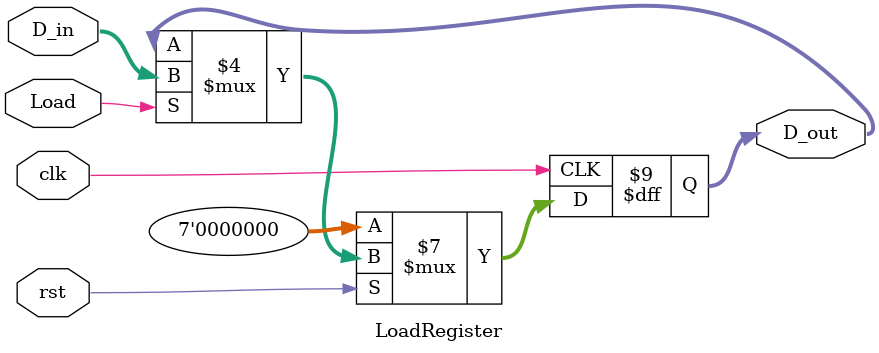
<source format=v>
module LoadRegister (D_in, D_out, clk, rst, Load);
	input [6:0] D_in;
	output [6:0] D_out;
	input clk, rst, Load;
	reg [6:0] D_out;
	
	always @ (posedge clk)
	begin
		if (rst == 1'b0)
			begin
				D_out <= 4'b0000000;
			end
		else
			begin
				if (Load == 1'b1)
					begin
						D_out <= D_in;
					end
			end
	end

endmodule 

</source>
